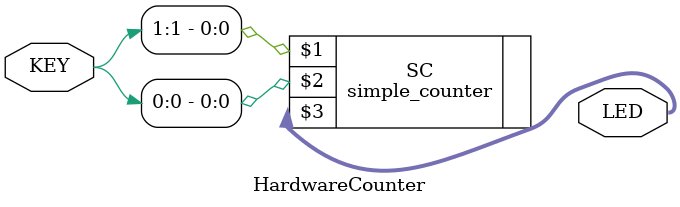
<source format=v>


module HardwareCounter(

	//////////// LED //////////
	LED,

	//////////// KEY //////////
	KEY 
);

//=======================================================
//  PARAMETER declarations
//=======================================================


//=======================================================
//  PORT declarations
//=======================================================

//////////// LED //////////
output		     [7:0]		LED;

//////////// KEY //////////
input 		     [1:0]		KEY;


//=======================================================
//  REG/WIRE declarations
//=======================================================




//=======================================================
//  Structural coding
//=======================================================

simple_counter SC(KEY[1], KEY[0], LED[7:0]);

endmodule

</source>
